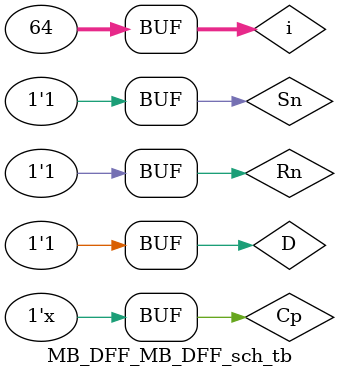
<source format=v>

`timescale 1ns / 1ps

module MB_DFF_MB_DFF_sch_tb();

// Inputs
   reg Sn;
   reg Cp;
   reg D;
   reg Rn;

// Output
   wire Q;
   wire Qn;

// Bidirs

// Instantiate the UUT
   MB_DFF UUT (
		.Sn(Sn), 
		.Cp(Cp), 
		.D(D), 
		.Rn(Rn), 
		.Q(Q), 
		.Qn(Qn)
   );
	integer i;
// Initialize Inputs
 //  `ifdef auto_init
       initial begin
		Sn = 0;
		Cp = 0;
		D = 0;
		Rn = 0;
		#150;
		Rn=0;
		Sn=1;
		D=0;
		#200;
		D=1;
		#200;
		Rn=1;
		Sn=0;
		D=0;
		#200;
		D=1;
		#200;
		Sn=1;
		Rn=1;
		D=0;
		#200;
		D=1;
		#200;
		end
		always @*
		for(i=0;i<64;i=i+1)begin
			#50;
			Cp<=~Cp;
		end
 //  `endif
endmodule

</source>
